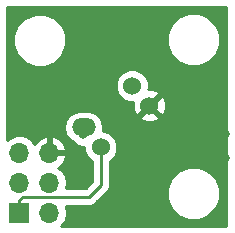
<source format=gbl>
G04 #@! TF.GenerationSoftware,KiCad,Pcbnew,5.0.2-bee76a0~70~ubuntu18.04.1*
G04 #@! TF.CreationDate,2019-02-28T13:49:10+03:00*
G04 #@! TF.ProjectId,FIR-sensor-addon,4649522d-7365-46e7-936f-722d6164646f,rev?*
G04 #@! TF.SameCoordinates,Original*
G04 #@! TF.FileFunction,Copper,L2,Bot*
G04 #@! TF.FilePolarity,Positive*
%FSLAX46Y46*%
G04 Gerber Fmt 4.6, Leading zero omitted, Abs format (unit mm)*
G04 Created by KiCad (PCBNEW 5.0.2-bee76a0~70~ubuntu18.04.1) date Thu 28 Feb 2019 13:49:10 EAT*
%MOMM*%
%LPD*%
G01*
G04 APERTURE LIST*
G04 #@! TA.AperFunction,ComponentPad*
%ADD10R,1.700000X1.700000*%
G04 #@! TD*
G04 #@! TA.AperFunction,ComponentPad*
%ADD11O,1.700000X1.700000*%
G04 #@! TD*
G04 #@! TA.AperFunction,ComponentPad*
%ADD12O,2.000000X1.524000*%
G04 #@! TD*
G04 #@! TA.AperFunction,ComponentPad*
%ADD13C,1.524000*%
G04 #@! TD*
G04 #@! TA.AperFunction,ViaPad*
%ADD14C,0.800000*%
G04 #@! TD*
G04 #@! TA.AperFunction,Conductor*
%ADD15C,0.250000*%
G04 #@! TD*
G04 #@! TA.AperFunction,Conductor*
%ADD16C,0.254000*%
G04 #@! TD*
G04 APERTURE END LIST*
D10*
G04 #@! TO.P,J1,1*
G04 #@! TO.N,/SCL*
X132918200Y-99695000D03*
D11*
G04 #@! TO.P,J1,2*
G04 #@! TO.N,/SDA*
X135458200Y-99695000D03*
G04 #@! TO.P,J1,3*
G04 #@! TO.N,+3V3*
X132918200Y-97155000D03*
G04 #@! TO.P,J1,4*
G04 #@! TO.N,Net-(J1-Pad4)*
X135458200Y-97155000D03*
G04 #@! TO.P,J1,5*
G04 #@! TO.N,Net-(J1-Pad5)*
X132918200Y-94615000D03*
G04 #@! TO.P,J1,6*
G04 #@! TO.N,GNDREF*
X135458200Y-94615000D03*
G04 #@! TD*
D12*
G04 #@! TO.P,U1,1*
G04 #@! TO.N,/SDA*
X138368430Y-92460150D03*
D13*
G04 #@! TO.P,U1,2*
G04 #@! TO.N,+3V3*
X142460260Y-88943350D03*
G04 #@! TO.P,U1,3*
G04 #@! TO.N,GNDREF*
X143916970Y-90638250D03*
G04 #@! TO.P,U1,4*
G04 #@! TO.N,/SCL*
X139825140Y-94157700D03*
G04 #@! TD*
D14*
G04 #@! TO.N,/SDA*
X138334000Y-93058000D03*
G04 #@! TO.N,+3V3*
X142334000Y-89058000D03*
G04 #@! TO.N,GNDREF*
X138334000Y-83058000D03*
X140334000Y-83058000D03*
X142334000Y-83058000D03*
X144334000Y-83058000D03*
X138334000Y-85058000D03*
X140334000Y-85058000D03*
X142334000Y-85058000D03*
X144334000Y-85058000D03*
X132334000Y-87058000D03*
X138334000Y-87058000D03*
X140334000Y-87058000D03*
X142334000Y-87058000D03*
X144334000Y-87058000D03*
X132334000Y-89058000D03*
X134334000Y-89058000D03*
X132334000Y-91058000D03*
X136334000Y-91058000D03*
X140334000Y-91058000D03*
X132334000Y-93058000D03*
X136334000Y-93058000D03*
X142334000Y-93058000D03*
X144334000Y-93058000D03*
X146334000Y-93058000D03*
X148334000Y-93058000D03*
X150334000Y-93058000D03*
X142334000Y-95058000D03*
X144334000Y-95058000D03*
X146334000Y-95058000D03*
X148334000Y-95058000D03*
X150334000Y-95058000D03*
X142334000Y-97058000D03*
X144334000Y-97058000D03*
X140334000Y-99058000D03*
X142334000Y-99058000D03*
X144334000Y-99058000D03*
G04 #@! TD*
D15*
G04 #@! TO.N,/SCL*
X132918200Y-99695000D02*
X132918200Y-98595000D01*
X133183199Y-98330001D02*
X138829799Y-98330001D01*
X132918200Y-98595000D02*
X133183199Y-98330001D01*
X139825140Y-97334660D02*
X139825140Y-94157700D01*
X138829799Y-98330001D02*
X139825140Y-97334660D01*
G04 #@! TD*
D16*
G04 #@! TO.N,GNDREF*
G36*
X150407701Y-100814200D02*
X136456127Y-100814200D01*
X136528825Y-100765625D01*
X136857039Y-100274418D01*
X136972292Y-99695000D01*
X136857039Y-99115582D01*
X136839946Y-99090001D01*
X138754952Y-99090001D01*
X138829799Y-99104889D01*
X138904646Y-99090001D01*
X138904651Y-99090001D01*
X139126336Y-99045905D01*
X139377728Y-98877930D01*
X139420130Y-98814471D01*
X140309613Y-97924989D01*
X140373069Y-97882589D01*
X140416064Y-97818242D01*
X140541044Y-97631198D01*
X140546328Y-97604631D01*
X145407700Y-97604631D01*
X145407700Y-98493769D01*
X145747959Y-99315226D01*
X146376674Y-99943941D01*
X147198131Y-100284200D01*
X148087269Y-100284200D01*
X148908726Y-99943941D01*
X149537441Y-99315226D01*
X149877700Y-98493769D01*
X149877700Y-97604631D01*
X149537441Y-96783174D01*
X148908726Y-96154459D01*
X148087269Y-95814200D01*
X147198131Y-95814200D01*
X146376674Y-96154459D01*
X145747959Y-96783174D01*
X145407700Y-97604631D01*
X140546328Y-97604631D01*
X140556178Y-97555113D01*
X140585140Y-97409512D01*
X140585140Y-97409508D01*
X140600028Y-97334660D01*
X140585140Y-97259812D01*
X140585140Y-95355000D01*
X140616477Y-95342020D01*
X141009460Y-94949037D01*
X141222140Y-94435581D01*
X141222140Y-93879819D01*
X141009460Y-93366363D01*
X140616477Y-92973380D01*
X140103021Y-92760700D01*
X139971015Y-92760700D01*
X140030798Y-92460150D01*
X139922374Y-91915068D01*
X139724189Y-91618463D01*
X143116362Y-91618463D01*
X143185827Y-91860647D01*
X143709272Y-92047394D01*
X144264338Y-92019612D01*
X144648113Y-91860647D01*
X144717578Y-91618463D01*
X143916970Y-90817855D01*
X143116362Y-91618463D01*
X139724189Y-91618463D01*
X139613610Y-91452970D01*
X139151512Y-91144206D01*
X138744018Y-91063150D01*
X137992842Y-91063150D01*
X137585348Y-91144206D01*
X137123250Y-91452970D01*
X136814486Y-91915068D01*
X136706062Y-92460150D01*
X136814486Y-93005232D01*
X137123250Y-93467330D01*
X137585348Y-93776094D01*
X137589137Y-93776848D01*
X137747720Y-93935431D01*
X138128126Y-94093000D01*
X138428140Y-94093000D01*
X138428140Y-94435581D01*
X138640820Y-94949037D01*
X139033803Y-95342020D01*
X139065141Y-95355000D01*
X139065140Y-97019858D01*
X138514998Y-97570001D01*
X136889743Y-97570001D01*
X136972292Y-97155000D01*
X136857039Y-96575582D01*
X136528825Y-96084375D01*
X136209722Y-95871157D01*
X136339558Y-95810183D01*
X136729845Y-95381924D01*
X136899676Y-94971890D01*
X136778355Y-94742000D01*
X135585200Y-94742000D01*
X135585200Y-94762000D01*
X135331200Y-94762000D01*
X135331200Y-94742000D01*
X135311200Y-94742000D01*
X135311200Y-94488000D01*
X135331200Y-94488000D01*
X135331200Y-93294181D01*
X135585200Y-93294181D01*
X135585200Y-94488000D01*
X136778355Y-94488000D01*
X136899676Y-94258110D01*
X136729845Y-93848076D01*
X136339558Y-93419817D01*
X135815092Y-93173514D01*
X135585200Y-93294181D01*
X135331200Y-93294181D01*
X135101308Y-93173514D01*
X134576842Y-93419817D01*
X134189553Y-93844786D01*
X133988825Y-93544375D01*
X133497618Y-93216161D01*
X133064456Y-93130000D01*
X132771944Y-93130000D01*
X132338782Y-93216161D01*
X131877700Y-93524246D01*
X131877700Y-88665469D01*
X141063260Y-88665469D01*
X141063260Y-89221231D01*
X141275940Y-89734687D01*
X141668923Y-90127670D01*
X142182379Y-90340350D01*
X142540007Y-90340350D01*
X142507826Y-90430552D01*
X142535608Y-90985618D01*
X142694573Y-91369393D01*
X142936757Y-91438858D01*
X143737365Y-90638250D01*
X144096575Y-90638250D01*
X144897183Y-91438858D01*
X145139367Y-91369393D01*
X145326114Y-90845948D01*
X145298332Y-90290882D01*
X145139367Y-89907107D01*
X144897183Y-89837642D01*
X144096575Y-90638250D01*
X143737365Y-90638250D01*
X143723223Y-90624108D01*
X143902828Y-90444503D01*
X143916970Y-90458645D01*
X144717578Y-89658037D01*
X144648113Y-89415853D01*
X144124668Y-89229106D01*
X143848268Y-89242940D01*
X143857260Y-89221231D01*
X143857260Y-88665469D01*
X143644580Y-88152013D01*
X143251597Y-87759030D01*
X142738141Y-87546350D01*
X142182379Y-87546350D01*
X141668923Y-87759030D01*
X141275940Y-88152013D01*
X141063260Y-88665469D01*
X131877700Y-88665469D01*
X131877700Y-84645431D01*
X132407700Y-84645431D01*
X132407700Y-85534569D01*
X132747959Y-86356026D01*
X133376674Y-86984741D01*
X134198131Y-87325000D01*
X135087269Y-87325000D01*
X135908726Y-86984741D01*
X136537441Y-86356026D01*
X136877700Y-85534569D01*
X136877700Y-84645431D01*
X136860801Y-84604631D01*
X145407700Y-84604631D01*
X145407700Y-85493769D01*
X145747959Y-86315226D01*
X146376674Y-86943941D01*
X147198131Y-87284200D01*
X148087269Y-87284200D01*
X148908726Y-86943941D01*
X149537441Y-86315226D01*
X149877700Y-85493769D01*
X149877700Y-84604631D01*
X149537441Y-83783174D01*
X148908726Y-83154459D01*
X148087269Y-82814200D01*
X147198131Y-82814200D01*
X146376674Y-83154459D01*
X145747959Y-83783174D01*
X145407700Y-84604631D01*
X136860801Y-84604631D01*
X136537441Y-83823974D01*
X135908726Y-83195259D01*
X135087269Y-82855000D01*
X134198131Y-82855000D01*
X133376674Y-83195259D01*
X132747959Y-83823974D01*
X132407700Y-84645431D01*
X131877700Y-84645431D01*
X131877700Y-82284200D01*
X150407700Y-82284200D01*
X150407701Y-100814200D01*
X150407701Y-100814200D01*
G37*
X150407701Y-100814200D02*
X136456127Y-100814200D01*
X136528825Y-100765625D01*
X136857039Y-100274418D01*
X136972292Y-99695000D01*
X136857039Y-99115582D01*
X136839946Y-99090001D01*
X138754952Y-99090001D01*
X138829799Y-99104889D01*
X138904646Y-99090001D01*
X138904651Y-99090001D01*
X139126336Y-99045905D01*
X139377728Y-98877930D01*
X139420130Y-98814471D01*
X140309613Y-97924989D01*
X140373069Y-97882589D01*
X140416064Y-97818242D01*
X140541044Y-97631198D01*
X140546328Y-97604631D01*
X145407700Y-97604631D01*
X145407700Y-98493769D01*
X145747959Y-99315226D01*
X146376674Y-99943941D01*
X147198131Y-100284200D01*
X148087269Y-100284200D01*
X148908726Y-99943941D01*
X149537441Y-99315226D01*
X149877700Y-98493769D01*
X149877700Y-97604631D01*
X149537441Y-96783174D01*
X148908726Y-96154459D01*
X148087269Y-95814200D01*
X147198131Y-95814200D01*
X146376674Y-96154459D01*
X145747959Y-96783174D01*
X145407700Y-97604631D01*
X140546328Y-97604631D01*
X140556178Y-97555113D01*
X140585140Y-97409512D01*
X140585140Y-97409508D01*
X140600028Y-97334660D01*
X140585140Y-97259812D01*
X140585140Y-95355000D01*
X140616477Y-95342020D01*
X141009460Y-94949037D01*
X141222140Y-94435581D01*
X141222140Y-93879819D01*
X141009460Y-93366363D01*
X140616477Y-92973380D01*
X140103021Y-92760700D01*
X139971015Y-92760700D01*
X140030798Y-92460150D01*
X139922374Y-91915068D01*
X139724189Y-91618463D01*
X143116362Y-91618463D01*
X143185827Y-91860647D01*
X143709272Y-92047394D01*
X144264338Y-92019612D01*
X144648113Y-91860647D01*
X144717578Y-91618463D01*
X143916970Y-90817855D01*
X143116362Y-91618463D01*
X139724189Y-91618463D01*
X139613610Y-91452970D01*
X139151512Y-91144206D01*
X138744018Y-91063150D01*
X137992842Y-91063150D01*
X137585348Y-91144206D01*
X137123250Y-91452970D01*
X136814486Y-91915068D01*
X136706062Y-92460150D01*
X136814486Y-93005232D01*
X137123250Y-93467330D01*
X137585348Y-93776094D01*
X137589137Y-93776848D01*
X137747720Y-93935431D01*
X138128126Y-94093000D01*
X138428140Y-94093000D01*
X138428140Y-94435581D01*
X138640820Y-94949037D01*
X139033803Y-95342020D01*
X139065141Y-95355000D01*
X139065140Y-97019858D01*
X138514998Y-97570001D01*
X136889743Y-97570001D01*
X136972292Y-97155000D01*
X136857039Y-96575582D01*
X136528825Y-96084375D01*
X136209722Y-95871157D01*
X136339558Y-95810183D01*
X136729845Y-95381924D01*
X136899676Y-94971890D01*
X136778355Y-94742000D01*
X135585200Y-94742000D01*
X135585200Y-94762000D01*
X135331200Y-94762000D01*
X135331200Y-94742000D01*
X135311200Y-94742000D01*
X135311200Y-94488000D01*
X135331200Y-94488000D01*
X135331200Y-93294181D01*
X135585200Y-93294181D01*
X135585200Y-94488000D01*
X136778355Y-94488000D01*
X136899676Y-94258110D01*
X136729845Y-93848076D01*
X136339558Y-93419817D01*
X135815092Y-93173514D01*
X135585200Y-93294181D01*
X135331200Y-93294181D01*
X135101308Y-93173514D01*
X134576842Y-93419817D01*
X134189553Y-93844786D01*
X133988825Y-93544375D01*
X133497618Y-93216161D01*
X133064456Y-93130000D01*
X132771944Y-93130000D01*
X132338782Y-93216161D01*
X131877700Y-93524246D01*
X131877700Y-88665469D01*
X141063260Y-88665469D01*
X141063260Y-89221231D01*
X141275940Y-89734687D01*
X141668923Y-90127670D01*
X142182379Y-90340350D01*
X142540007Y-90340350D01*
X142507826Y-90430552D01*
X142535608Y-90985618D01*
X142694573Y-91369393D01*
X142936757Y-91438858D01*
X143737365Y-90638250D01*
X144096575Y-90638250D01*
X144897183Y-91438858D01*
X145139367Y-91369393D01*
X145326114Y-90845948D01*
X145298332Y-90290882D01*
X145139367Y-89907107D01*
X144897183Y-89837642D01*
X144096575Y-90638250D01*
X143737365Y-90638250D01*
X143723223Y-90624108D01*
X143902828Y-90444503D01*
X143916970Y-90458645D01*
X144717578Y-89658037D01*
X144648113Y-89415853D01*
X144124668Y-89229106D01*
X143848268Y-89242940D01*
X143857260Y-89221231D01*
X143857260Y-88665469D01*
X143644580Y-88152013D01*
X143251597Y-87759030D01*
X142738141Y-87546350D01*
X142182379Y-87546350D01*
X141668923Y-87759030D01*
X141275940Y-88152013D01*
X141063260Y-88665469D01*
X131877700Y-88665469D01*
X131877700Y-84645431D01*
X132407700Y-84645431D01*
X132407700Y-85534569D01*
X132747959Y-86356026D01*
X133376674Y-86984741D01*
X134198131Y-87325000D01*
X135087269Y-87325000D01*
X135908726Y-86984741D01*
X136537441Y-86356026D01*
X136877700Y-85534569D01*
X136877700Y-84645431D01*
X136860801Y-84604631D01*
X145407700Y-84604631D01*
X145407700Y-85493769D01*
X145747959Y-86315226D01*
X146376674Y-86943941D01*
X147198131Y-87284200D01*
X148087269Y-87284200D01*
X148908726Y-86943941D01*
X149537441Y-86315226D01*
X149877700Y-85493769D01*
X149877700Y-84604631D01*
X149537441Y-83783174D01*
X148908726Y-83154459D01*
X148087269Y-82814200D01*
X147198131Y-82814200D01*
X146376674Y-83154459D01*
X145747959Y-83783174D01*
X145407700Y-84604631D01*
X136860801Y-84604631D01*
X136537441Y-83823974D01*
X135908726Y-83195259D01*
X135087269Y-82855000D01*
X134198131Y-82855000D01*
X133376674Y-83195259D01*
X132747959Y-83823974D01*
X132407700Y-84645431D01*
X131877700Y-84645431D01*
X131877700Y-82284200D01*
X150407700Y-82284200D01*
X150407701Y-100814200D01*
G04 #@! TD*
M02*

</source>
